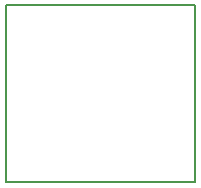
<source format=gko>
G04*
G04 #@! TF.GenerationSoftware,Altium Limited,Altium Designer,20.0.1 (14)*
G04*
G04 Layer_Color=16711935*
%FSLAX44Y44*%
%MOMM*%
G71*
G01*
G75*
%ADD12C,0.1800*%
D12*
Y1270D02*
Y151270D01*
X160250D01*
Y1270D02*
Y151270D01*
X0Y1270D02*
X160250D01*
M02*

</source>
